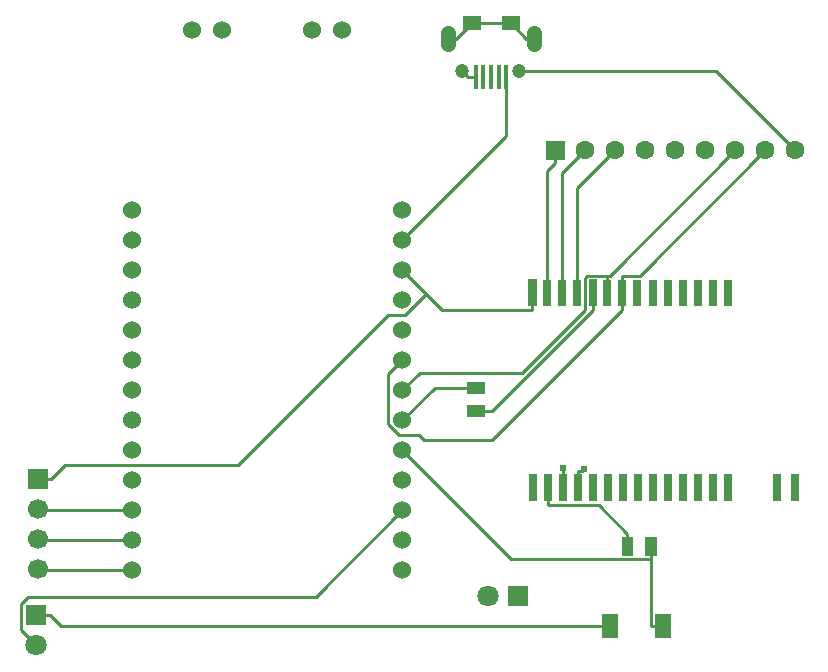
<source format=gtl>
G04 Layer: TopLayer*
G04 EasyEDA v6.4.20.6, 2021-07-28T11:41:20--4:00*
G04 2421fe4ad3c6477fbea3b4fc35478b58,7db2125e4611476bb2993bf99425ef50,10*
G04 Gerber Generator version 0.2*
G04 Scale: 100 percent, Rotated: No, Reflected: No *
G04 Dimensions in millimeters *
G04 leading zeros omitted , absolute positions ,4 integer and 5 decimal *
%FSLAX45Y45*%
%MOMM*%

%ADD10C,0.2540*%
%ADD11C,0.2600*%
%ADD12C,0.6100*%
%ADD13R,1.5500X1.0000*%
%ADD15R,0.7000X2.3000*%
%ADD16R,1.3500X2.0000*%
%ADD17R,0.4000X2.0000*%
%ADD18R,1.6000X1.1999*%
%ADD20C,1.6000*%
%ADD21R,1.7000X1.7000*%
%ADD22C,1.7000*%
%ADD23C,1.5240*%
%ADD24C,1.8000*%
%ADD25R,1.8000X1.8000*%
%ADD26C,1.2000*%
%ADD27C,1.3000*%

%LPD*%
D11*
X4749800Y-10310799D02*
G01*
X4882969Y-10310799D01*
X5739891Y-9453879D01*
X4127500Y-10388600D02*
G01*
X4405299Y-10110800D01*
X4749800Y-10110800D01*
X1028700Y-12293600D02*
G01*
X901445Y-12166345D01*
X901445Y-11941555D01*
X958595Y-11884405D01*
X3393693Y-11884405D01*
X4127500Y-11150600D01*
X1028700Y-12293600D02*
G01*
X901445Y-12166345D01*
X901445Y-11941555D01*
X958595Y-11884405D01*
X3393693Y-11884405D01*
X4127500Y-11150600D01*
X4331208Y-9322308D02*
G01*
X4127500Y-9118600D01*
X5229606Y-9453371D02*
G01*
X4462272Y-9453371D01*
X4331208Y-9322308D01*
X1155700Y-10883900D02*
G01*
X1270000Y-10769600D01*
X2732531Y-10769600D01*
X4002786Y-9499600D01*
X4153915Y-9499600D01*
X4331208Y-9322308D01*
X1041400Y-10883900D02*
G01*
X1155700Y-10883900D01*
X5229606Y-9309100D02*
G01*
X5229606Y-9453371D01*
X1028700Y-12039600D02*
G01*
X1147826Y-12039600D01*
X5883656Y-12128500D02*
G01*
X1236726Y-12128500D01*
X1147826Y-12039600D01*
X5612891Y-10960100D02*
G01*
X5612891Y-10815828D01*
X5612891Y-10815828D02*
G01*
X5650484Y-10815828D01*
X5669534Y-10797031D01*
X5485891Y-10960100D02*
G01*
X5485891Y-10795254D01*
X5422900Y-8102600D02*
G01*
X5422900Y-8211820D01*
X5356606Y-9309100D02*
G01*
X5356606Y-8278368D01*
X5422900Y-8211820D01*
X1841500Y-11658600D02*
G01*
X1054100Y-11658600D01*
X1041400Y-11645900D01*
X1841500Y-11404600D02*
G01*
X1054100Y-11404600D01*
X1041400Y-11391900D01*
X1841500Y-11150600D02*
G01*
X1054100Y-11150600D01*
X1041400Y-11137900D01*
X4127500Y-10642600D02*
G01*
X5046979Y-11562079D01*
X6234175Y-11562079D01*
X6234175Y-11562079D02*
G01*
X6234175Y-12125705D01*
X6236970Y-12128500D01*
X6234175Y-11455400D02*
G01*
X6234175Y-11562079D01*
X6333743Y-12128500D02*
G01*
X6236970Y-12128500D01*
X5739891Y-9309100D02*
G01*
X5739891Y-9453371D01*
X5991606Y-9309100D02*
G01*
X5991606Y-9453371D01*
X5991606Y-9453371D02*
G01*
X4886452Y-10558271D01*
X4310634Y-10558271D01*
X4267961Y-10515600D01*
X4102354Y-10515600D01*
X4009897Y-10422889D01*
X4009897Y-9998202D01*
X4127500Y-9880600D01*
X5991606Y-9247631D02*
G01*
X5991606Y-9309100D01*
X5991606Y-9247631D02*
G01*
X5991606Y-9164828D01*
X7200900Y-8102600D02*
G01*
X6138672Y-9164828D01*
X5991606Y-9164828D01*
X5864606Y-9164828D02*
G01*
X5690361Y-9164828D01*
X5675122Y-9180068D01*
X5675122Y-9450578D01*
X5139690Y-9986010D01*
X4276090Y-9986010D01*
X4127500Y-10134600D01*
X5864606Y-9309100D02*
G01*
X5864606Y-9175495D01*
X5864606Y-9175495D02*
G01*
X5864606Y-9164828D01*
X5864606Y-9164828D02*
G01*
X5884672Y-9164828D01*
X6946900Y-8102600D01*
X5930900Y-8102600D02*
G01*
X5610606Y-8422894D01*
X5610606Y-9309100D01*
X5483606Y-9309100D02*
G01*
X5483606Y-8295894D01*
X5676900Y-8102600D01*
X6034024Y-11455400D02*
G01*
X6034024Y-11348720D01*
X5358891Y-10960100D02*
G01*
X5358891Y-11104371D01*
X5358891Y-11104371D02*
G01*
X5789929Y-11104371D01*
X6034024Y-11348720D01*
D10*
X4716805Y-7025512D02*
G01*
X4584445Y-7157872D01*
X4514291Y-7157872D01*
X5044668Y-7025512D02*
G01*
X5177027Y-7157872D01*
X5239308Y-7157872D01*
X4747844Y-7477887D02*
G01*
X4684318Y-7477887D01*
X4634306Y-7427874D01*
X4716805Y-7025512D02*
G01*
X5044668Y-7025512D01*
X7454900Y-8102600D02*
G01*
X6780174Y-7427874D01*
X5119293Y-7427874D01*
D11*
X4127500Y-8864600D02*
G01*
X5007863Y-7984236D01*
X5007863Y-7467345D01*
D13*
G01*
X4749800Y-10310799D03*
G01*
X4749800Y-10110800D03*
G36*
X6184099Y-11377899D02*
G01*
X6284099Y-11377899D01*
X6284099Y-11532900D01*
X6184099Y-11532900D01*
G37*
G36*
X5984100Y-11377899D02*
G01*
X6084100Y-11377899D01*
X6084100Y-11532900D01*
X5984100Y-11532900D01*
G37*
G36*
X7489898Y-11075101D02*
G01*
X7489898Y-10845098D01*
X7419896Y-10845098D01*
X7419896Y-11075101D01*
G37*
G36*
X7337897Y-11075101D02*
G01*
X7337897Y-10845098D01*
X7267895Y-10845098D01*
X7267895Y-11075101D01*
G37*
G36*
X6917898Y-11075101D02*
G01*
X6917898Y-10845098D01*
X6847895Y-10845098D01*
X6847895Y-11075101D01*
G37*
G36*
X6790898Y-11075101D02*
G01*
X6790898Y-10845098D01*
X6720895Y-10845098D01*
X6720895Y-11075101D01*
G37*
G36*
X6663898Y-11075101D02*
G01*
X6663898Y-10845098D01*
X6593895Y-10845098D01*
X6593895Y-11075101D01*
G37*
G36*
X6536898Y-11075101D02*
G01*
X6536898Y-10845098D01*
X6466895Y-10845098D01*
X6466895Y-11075101D01*
G37*
D15*
G01*
X6882891Y-9309100D03*
G01*
X6756400Y-9309100D03*
G01*
X6628891Y-9309100D03*
G01*
X6501891Y-9309100D03*
G01*
X6374891Y-9309100D03*
G01*
X6247891Y-9309100D03*
G36*
X6409898Y-11075101D02*
G01*
X6409898Y-10845098D01*
X6339895Y-10845098D01*
X6339895Y-11075101D01*
G37*
G36*
X6282898Y-11075101D02*
G01*
X6282898Y-10845098D01*
X6212895Y-10845098D01*
X6212895Y-11075101D01*
G37*
G36*
X6155898Y-11075101D02*
G01*
X6155898Y-10845098D01*
X6085895Y-10845098D01*
X6085895Y-11075101D01*
G37*
G36*
X5958903Y-11075101D02*
G01*
X5958903Y-10845098D01*
X6028905Y-10845098D01*
X6028905Y-11075101D01*
G37*
G36*
X5704900Y-11075101D02*
G01*
X5704900Y-10845098D01*
X5774903Y-10845098D01*
X5774903Y-11075101D01*
G37*
G36*
X5831898Y-11075101D02*
G01*
X5831898Y-10845098D01*
X5901900Y-10845098D01*
X5901900Y-11075101D01*
G37*
G36*
X5323898Y-11075101D02*
G01*
X5323898Y-10845098D01*
X5393900Y-10845098D01*
X5393900Y-11075101D01*
G37*
G36*
X5196900Y-11075101D02*
G01*
X5196900Y-10845098D01*
X5266903Y-10845098D01*
X5266903Y-11075101D01*
G37*
G36*
X5450903Y-11075101D02*
G01*
X5450903Y-10845098D01*
X5520905Y-10845098D01*
X5520905Y-11075101D01*
G37*
G36*
X5647898Y-11075101D02*
G01*
X5647898Y-10845098D01*
X5577895Y-10845098D01*
X5577895Y-11075101D01*
G37*
G36*
X5704893Y-9194109D02*
G01*
X5704893Y-9424111D01*
X5774895Y-9424111D01*
X5774895Y-9194109D01*
G37*
G01*
X5864504Y-9309074D03*
G01*
X6118504Y-9309074D03*
G01*
X5991504Y-9309074D03*
G01*
X5483504Y-9309074D03*
G01*
X5610504Y-9309074D03*
G01*
X5356504Y-9309074D03*
G36*
X5194505Y-9194083D02*
G01*
X5194505Y-9424085D01*
X5264508Y-9424085D01*
X5264508Y-9194083D01*
G37*
D16*
G01*
X6333693Y-12128500D03*
G01*
X5883706Y-12128500D03*
D17*
G01*
X4747844Y-7477887D03*
G01*
X4812842Y-7477887D03*
G01*
X4877841Y-7477887D03*
G01*
X4942840Y-7477887D03*
G01*
X5007838Y-7477887D03*
D18*
G01*
X4716805Y-7025512D03*
G01*
X5044668Y-7025512D03*
G36*
X5342900Y-8022600D02*
G01*
X5502899Y-8022600D01*
X5502899Y-8182599D01*
X5342900Y-8182599D01*
G37*
D20*
G01*
X5676900Y-8102600D03*
G01*
X5930900Y-8102600D03*
G01*
X6184900Y-8102600D03*
G01*
X6438900Y-8102600D03*
G01*
X6692900Y-8102600D03*
G01*
X6946900Y-8102600D03*
G01*
X7200900Y-8102600D03*
G01*
X7454900Y-8102600D03*
D21*
G01*
X1041400Y-10883900D03*
D22*
G01*
X1041400Y-11137900D03*
G01*
X1041400Y-11391900D03*
G01*
X1041400Y-11645900D03*
D23*
G01*
X4127500Y-8610600D03*
G01*
X4127500Y-8864600D03*
G01*
X4127500Y-9118600D03*
G01*
X4127500Y-9372600D03*
G01*
X4127500Y-9626600D03*
G01*
X4127500Y-9880600D03*
G01*
X4127500Y-10134600D03*
G01*
X4127500Y-10388600D03*
G01*
X4127500Y-10642600D03*
G01*
X4127500Y-10896600D03*
G01*
X4127500Y-11150600D03*
G01*
X4127500Y-11404600D03*
G01*
X4127500Y-11658600D03*
G01*
X1841500Y-8610600D03*
G01*
X1841500Y-8864600D03*
G01*
X1841500Y-9118600D03*
G01*
X1841500Y-9372600D03*
G01*
X1841500Y-9626600D03*
G01*
X1841500Y-9880600D03*
G01*
X1841500Y-10134600D03*
G01*
X1841500Y-10388600D03*
G01*
X1841500Y-10642600D03*
G01*
X1841500Y-10896600D03*
G01*
X1841500Y-11150600D03*
G01*
X1841500Y-11404600D03*
G01*
X1841500Y-11658600D03*
G01*
X3619500Y-7086600D03*
G01*
X3365500Y-7086600D03*
G01*
X2603500Y-7086600D03*
G01*
X2349500Y-7086600D03*
D24*
G01*
X1028700Y-12293600D03*
D25*
G01*
X1028700Y-12039600D03*
D24*
G01*
X4851400Y-11874500D03*
D25*
G01*
X5105400Y-11874500D03*
D26*
G01*
X5119293Y-7427874D03*
G01*
X4634306Y-7427874D03*
D12*
G01*
X5485891Y-10795254D03*
G01*
X5669534Y-10797031D03*
D27*
X4514291Y-7202873D02*
G01*
X4514291Y-7112873D01*
X5239308Y-7202873D02*
G01*
X5239308Y-7112873D01*
M02*

</source>
